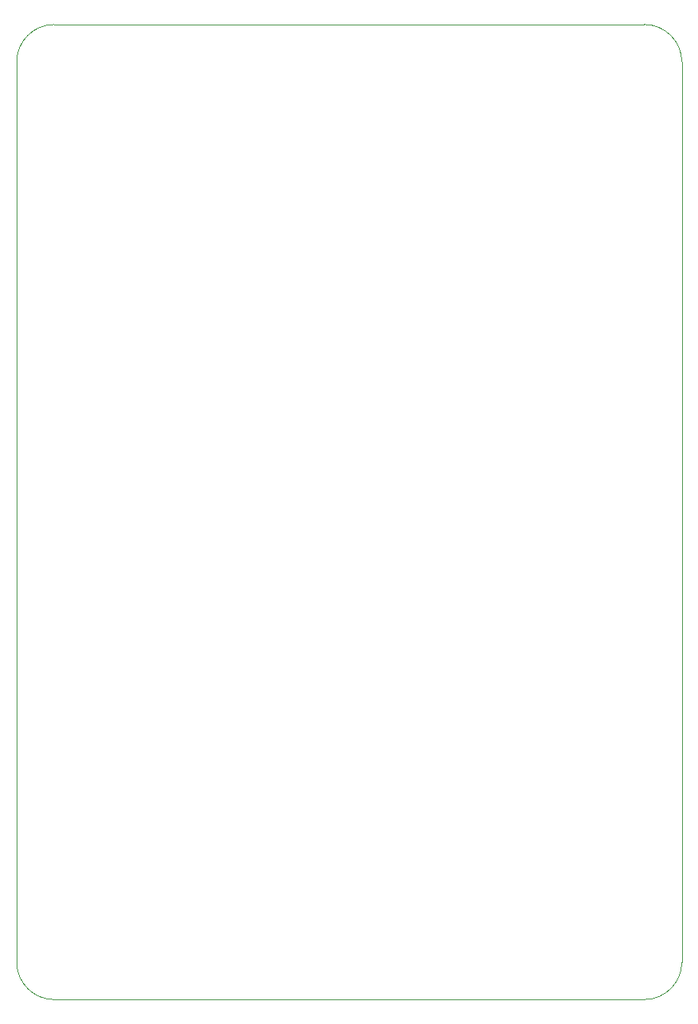
<source format=gm1>
G04*
G04 #@! TF.GenerationSoftware,Altium Limited,Altium Designer,18.0.9 (584)*
G04*
G04 Layer_Color=16711935*
%FSLAX25Y25*%
%MOIN*%
G70*
G01*
G75*
%ADD53C,0.00050*%
D53*
X531496Y90551D02*
G03*
X547244Y106299I0J15748D01*
G01*
X267717D02*
G03*
X283465Y90551I15748J0D01*
G01*
Y500000D02*
G03*
X267717Y484252I0J-15748D01*
G01*
X547244D02*
G03*
X531496Y500000I-15748J0D01*
G01*
X283465Y90551D02*
X531496D01*
X267717Y106299D02*
Y484252D01*
X283465Y500000D02*
X531496D01*
X547244Y106299D02*
Y484252D01*
M02*

</source>
